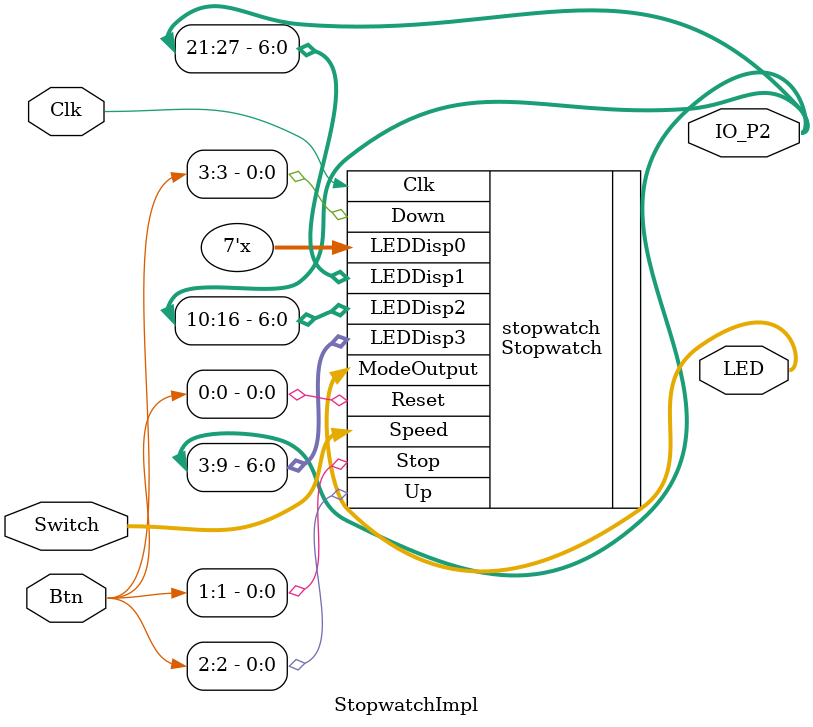
<source format=v>
`include "Stopwatch.v"

module StopwatchImpl
(
    input Clk,
    input [3:0] Btn,
    input [4:0] Switch,
    output wire [2:0] LED,
    output wire [3:30] IO_P2
);

    Stopwatch stopwatch (
        .Clk(Clk),
        .Reset(Btn[0]),
        .Stop(Btn[1]),
        .Up(Btn[2]),
        .Down(Btn[3]),
        .Speed(Switch),
        .ModeOutput(LED),
        .LEDDisp3(IO_P2[3:9]),
        .LEDDisp2(IO_P2[10:16]),
        .LEDDisp1(IO_P2[21:27]),
        .LEDDisp0(IO_P2[31:37])
    );

endmodule

</source>
